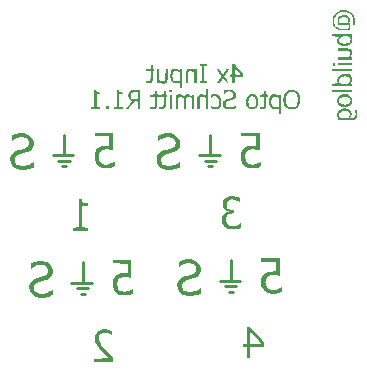
<source format=gbr>
G04 DipTrace 4.0.0.2*
G04 BottomSilk.gbr*
%MOIN*%
G04 #@! TF.FileFunction,Legend,Bot*
G04 #@! TF.Part,Single*
%ADD10C,0.009843*%
%FSLAX26Y26*%
G04*
G70*
G90*
G75*
G01*
G04 BotSilk*
%LPD*%
X700249Y750249D2*
D10*
Y687751D1*
X662751Y681500D2*
X731500D1*
X681500Y662751D2*
X719000D1*
X694000Y644000D2*
X706500D1*
X1194000Y756500D2*
Y694000D1*
X1156500Y687751D2*
X1225249D1*
X1175251Y669000D2*
X1212749D1*
X1187751Y650251D2*
X1200251D1*
X1125249Y1175249D2*
Y1112751D1*
X1087751Y1106500D2*
X1156500D1*
X1106500Y1087751D2*
X1144000D1*
X1119000Y1069000D2*
X1131500D1*
X637749Y1175249D2*
Y1112751D1*
X600251Y1106500D2*
X669000D1*
X619000Y1087751D2*
X656500D1*
X631500Y1069000D2*
X644000D1*
G36*
X1586954Y1547567D2*
X1587742Y1548355D1*
X1589316Y1550717D1*
X1590891Y1553866D1*
X1591679Y1557803D1*
Y1560166D1*
X1590891Y1563315D1*
X1589316Y1566465D1*
X1586167Y1569615D1*
X1583805Y1571189D1*
X1579080Y1572764D1*
X1575143Y1573552D1*
X1567269D1*
X1563332Y1572764D1*
X1560970Y1571977D1*
X1556246Y1569615D1*
X1552309Y1565678D1*
X1549946Y1560953D1*
Y1552292D1*
X1551521Y1549142D1*
X1552156Y1548125D1*
X1552309Y1547567D1*
X1550734Y1546780D1*
Y1540481D1*
X1587742Y1539693D1*
Y1531032D1*
X1586954Y1530244D1*
X1584592Y1529457D1*
X1581442Y1528670D1*
X1575143Y1527882D1*
X1571731Y1527095D1*
X1568319D1*
X1564907Y1527882D1*
X1559395Y1528670D1*
X1556246Y1529457D1*
X1554671Y1530244D1*
X1552309Y1531032D1*
X1550734Y1531819D1*
X1549946Y1532607D1*
X1547584Y1534181D1*
X1546009Y1534969D1*
X1542860Y1538118D1*
Y1538906D1*
X1541285Y1541268D1*
X1540498Y1542843D1*
X1538923Y1547567D1*
X1538135Y1548355D1*
Y1561740D1*
X1538923Y1562528D1*
X1540498Y1567252D1*
X1541285Y1568827D1*
X1543647Y1571977D1*
Y1572764D1*
X1547584Y1576701D1*
X1549159Y1577489D1*
X1551521Y1579063D1*
X1552309Y1579851D1*
X1555458Y1581426D1*
X1560183Y1583000D1*
X1563332Y1583788D1*
X1568057Y1584575D1*
X1572781D1*
X1577505Y1583788D1*
X1581442Y1583000D1*
X1583805Y1582213D1*
X1590104Y1579063D1*
X1590891Y1578276D1*
X1592466Y1577489D1*
X1597191Y1572764D1*
Y1571977D1*
X1598765Y1569615D1*
X1600340Y1566465D1*
X1601128Y1564103D1*
X1601915Y1559378D1*
X1602702Y1558591D1*
Y1550717D1*
X1601915Y1549929D1*
X1601128Y1543630D1*
Y1541268D1*
X1605852D1*
X1606639Y1544418D1*
X1607427Y1552292D1*
Y1557016D1*
X1606639Y1563315D1*
X1605852Y1566465D1*
X1605065Y1568040D1*
X1604277Y1570402D1*
X1603490Y1571977D1*
X1600340Y1576701D1*
X1594041Y1583000D1*
X1591679Y1584575D1*
X1585379Y1587725D1*
X1583017Y1588512D1*
X1579868Y1589300D1*
X1574356Y1590087D1*
X1565694D1*
X1560970Y1589300D1*
X1553883Y1586937D1*
X1550734Y1585363D1*
X1548372Y1583788D1*
X1545222Y1581426D1*
X1540498Y1576701D1*
X1538135Y1573552D1*
X1534986Y1567252D1*
X1534198Y1564890D1*
X1533411Y1561740D1*
Y1548355D1*
X1534198Y1545205D1*
X1535773Y1540481D1*
X1536561Y1538906D1*
X1539710Y1534181D1*
X1543647Y1530244D1*
X1548372Y1527095D1*
X1553096Y1524733D1*
X1555458Y1523945D1*
X1558608Y1523158D1*
X1562545Y1522370D1*
X1576718D1*
X1583017Y1523945D1*
X1586954Y1525520D1*
X1590104Y1527095D1*
X1591679Y1528670D1*
Y1545205D1*
X1590891Y1545992D1*
X1586954Y1547567D1*
X1581442D1*
X1573306Y1546780D1*
X1565170D1*
X1557033Y1547567D1*
Y1548355D1*
X1556246Y1550717D1*
X1555458Y1551504D1*
Y1559378D1*
X1556246Y1560166D1*
Y1560953D1*
X1559395Y1564103D1*
X1560970Y1564890D1*
X1563332Y1565678D1*
X1568057Y1566465D1*
X1569894Y1567252D1*
X1571731D1*
X1573568Y1566465D1*
X1579080Y1565678D1*
X1581442Y1564890D1*
X1582230Y1564103D1*
X1583805Y1563315D1*
X1584439Y1562299D1*
X1584592Y1561740D1*
X1585379Y1559378D1*
X1586167Y1558591D1*
Y1555441D1*
X1585379Y1554654D1*
X1584592Y1552292D1*
X1583805Y1550717D1*
X1581442Y1547567D1*
X1586954D1*
G37*
G36*
X1554671Y1501898D2*
X1553096Y1500323D1*
X1551521Y1497961D1*
X1549946Y1494811D1*
X1549159Y1492449D1*
Y1483788D1*
X1549946Y1481426D1*
X1550734Y1479851D1*
X1555458Y1475126D1*
X1560183Y1472764D1*
X1562545Y1471977D1*
X1566482Y1471189D1*
X1579868D1*
X1583017Y1471977D1*
X1587742Y1473552D1*
X1589316Y1474339D1*
X1591679Y1475914D1*
X1596403Y1480638D1*
X1598765Y1485363D1*
X1599553Y1489300D1*
Y1492449D1*
X1598765Y1496386D1*
X1597978Y1498748D1*
X1596797Y1501111D1*
X1596217Y1502116D1*
X1597191Y1502685D1*
X1597978Y1503473D1*
Y1509772D1*
X1597191Y1510559D1*
X1532624D1*
Y1502685D1*
X1554671Y1501898D1*
X1560183D1*
X1570419Y1502685D1*
X1580655D1*
X1590891Y1501898D1*
Y1501111D1*
X1591679Y1498748D1*
X1592466Y1495599D1*
X1593253Y1494811D1*
Y1490087D1*
X1592466Y1489300D1*
X1591679Y1486150D1*
Y1485363D1*
X1588529Y1482213D1*
X1583805Y1479851D1*
X1579080Y1479063D1*
X1575668Y1478276D1*
X1572256D1*
X1568844Y1479063D1*
X1562545Y1480638D1*
X1560183Y1481426D1*
X1557033Y1484575D1*
Y1485363D1*
X1556246Y1486150D1*
Y1494024D1*
X1557033Y1494811D1*
X1557820Y1497174D1*
X1558608Y1498748D1*
X1560183Y1501111D1*
Y1501898D1*
X1554671D1*
G37*
G36*
X1550734Y1462528D2*
Y1455441D1*
X1584592Y1454654D1*
X1587742Y1453866D1*
X1589316Y1453079D1*
X1591679Y1450717D1*
Y1449142D1*
X1592466Y1448355D1*
Y1444418D1*
X1591679Y1443630D1*
X1590891Y1440481D1*
X1589316Y1437331D1*
Y1436544D1*
X1586954Y1434181D1*
X1550734Y1433394D1*
Y1425520D1*
X1597191D1*
X1597978Y1426307D1*
Y1432607D1*
X1597191Y1433394D1*
X1594041Y1434969D1*
Y1435756D1*
X1596403Y1438118D1*
X1598765Y1442843D1*
X1599553Y1446780D1*
Y1449142D1*
X1598765Y1453079D1*
X1597191Y1456229D1*
X1593253Y1460166D1*
X1591679Y1460953D1*
X1589316Y1461740D1*
X1586167Y1462528D1*
X1550734D1*
G37*
G36*
X1534986Y1413709D2*
Y1405048D1*
X1542072D1*
X1542860Y1405835D1*
Y1413709D1*
X1534986D1*
G37*
G36*
X1550734Y1412922D2*
Y1405835D1*
X1597978D1*
Y1412922D1*
X1550734D1*
G37*
G36*
X1532624Y1393237D2*
Y1386150D1*
X1597978D1*
Y1393237D1*
X1532624D1*
G37*
G36*
X1553096Y1368827D2*
X1551521Y1367252D1*
X1549946Y1364103D1*
X1549159Y1361740D1*
Y1352292D1*
X1549946Y1349929D1*
X1551521Y1346780D1*
X1531836Y1345205D1*
Y1338118D1*
X1597978D1*
Y1345205D1*
X1593253Y1345992D1*
X1594828Y1347567D1*
X1596403Y1349929D1*
X1598765Y1354654D1*
X1599553Y1358591D1*
Y1360953D1*
X1598765Y1364890D1*
X1596403Y1369615D1*
X1593253Y1372764D1*
X1586954Y1375914D1*
X1583805Y1376701D1*
X1579080Y1377489D1*
X1569631D1*
X1565694Y1376701D1*
X1560970Y1375126D1*
X1559395Y1374339D1*
X1557033Y1372764D1*
X1553096Y1368827D1*
X1566482D1*
X1571731Y1369615D1*
X1576981D1*
X1582230Y1368827D1*
X1585379Y1368040D1*
X1588529Y1366465D1*
X1590891Y1364103D1*
Y1363315D1*
X1591679Y1360953D1*
X1592466Y1360166D1*
Y1356229D1*
X1591679Y1355441D1*
X1590891Y1352292D1*
X1589316Y1349142D1*
X1587742Y1346780D1*
Y1345992D1*
X1577768Y1345205D1*
X1567794D1*
X1557820Y1345992D1*
X1557033Y1346780D1*
Y1348355D1*
X1556246Y1349929D1*
X1555458Y1350717D1*
Y1360166D1*
X1556246Y1360953D1*
X1557033Y1362528D1*
Y1363315D1*
X1560183Y1366465D1*
X1563332Y1368040D1*
X1566482Y1368827D1*
X1553096D1*
G37*
G36*
X1532624Y1325520D2*
Y1318433D1*
X1597978D1*
Y1325520D1*
X1532624D1*
G37*
G36*
X1553096Y1301111D2*
X1551521Y1299536D1*
X1549946Y1296386D1*
X1549159Y1294024D1*
Y1283788D1*
X1550734Y1279063D1*
X1552309Y1276701D1*
X1556246Y1272764D1*
X1558608Y1271189D1*
X1561757Y1269615D1*
X1564120Y1268827D1*
X1568057Y1268040D1*
X1579868D1*
X1583805Y1268827D1*
X1586167Y1269615D1*
X1590891Y1271977D1*
X1596403Y1277489D1*
X1597978Y1280638D1*
X1598765Y1283000D1*
X1599553Y1286937D1*
Y1290087D1*
X1598765Y1294811D1*
X1597978Y1297174D1*
X1596403Y1300323D1*
X1591679Y1305048D1*
X1589316Y1306622D1*
X1587742Y1307410D1*
X1583017Y1308985D1*
X1578293Y1309772D1*
X1569631D1*
X1564907Y1308985D1*
X1562545Y1308197D1*
X1557820Y1305835D1*
X1555458Y1304260D1*
X1553096Y1301898D1*
Y1301111D1*
X1565694D1*
X1571206Y1301898D1*
X1576718D1*
X1582230Y1301111D1*
X1584592Y1300323D1*
X1589316Y1297961D1*
X1590891Y1296386D1*
Y1295599D1*
X1591679Y1294024D1*
X1592466Y1291662D1*
X1593253Y1290874D1*
Y1286937D1*
X1592466Y1286150D1*
X1591679Y1283000D1*
Y1282213D1*
X1588529Y1279063D1*
X1585379Y1277489D1*
X1583017Y1276701D1*
X1577505Y1275914D1*
X1575143Y1275126D1*
X1572781D1*
X1570419Y1275914D1*
X1564907Y1276701D1*
X1562545Y1277489D1*
X1560970Y1278276D1*
X1560183Y1279063D1*
X1558608Y1279851D1*
X1557033Y1281426D1*
Y1282213D1*
X1556246Y1283788D1*
X1555458Y1284575D1*
Y1293237D1*
X1556246Y1294024D1*
Y1294811D1*
X1560183Y1298748D1*
X1563332Y1300323D1*
X1565694Y1301111D1*
X1553096D1*
G37*
G36*
Y1253866D2*
X1551521Y1252292D1*
X1549946Y1249142D1*
X1549159Y1246780D1*
Y1237331D1*
X1549946Y1234969D1*
X1551128Y1232607D1*
X1551382Y1231680D1*
X1551113Y1231022D1*
X1550734Y1230244D1*
Y1223158D1*
X1597978D1*
X1601915Y1223945D1*
X1606639Y1225520D1*
X1609002Y1227095D1*
X1612151Y1230244D1*
X1613726Y1232607D1*
X1615301Y1237331D1*
X1616088Y1242055D1*
Y1245992D1*
X1615301Y1253079D1*
X1614513Y1256229D1*
X1613726Y1257803D1*
X1606639D1*
Y1257016D1*
X1607427Y1254654D1*
X1608214Y1251504D1*
X1609002Y1247567D1*
X1609789Y1246780D1*
Y1241268D1*
X1609002Y1240481D1*
X1608214Y1237331D1*
Y1235756D1*
X1605065Y1232607D1*
X1603490Y1231819D1*
X1600340Y1231032D1*
X1597453Y1230244D1*
X1594566D1*
X1591679Y1231032D1*
X1592466Y1231819D1*
X1595616Y1236544D1*
X1596403Y1238906D1*
X1597191Y1243630D1*
Y1245992D1*
X1596403Y1249929D1*
X1595616Y1252292D1*
X1594828Y1253866D1*
X1590104Y1258591D1*
X1585379Y1260953D1*
X1583017Y1261740D1*
X1578293Y1262528D1*
X1569631D1*
X1565694Y1261740D1*
X1562545Y1260953D1*
X1557820Y1258591D1*
X1554671Y1256229D1*
X1553096Y1254654D1*
Y1253866D1*
X1565694D1*
X1570944Y1254654D1*
X1576193D1*
X1581442Y1253866D1*
X1583805Y1253079D1*
X1586954Y1251504D1*
X1589316Y1249142D1*
Y1248355D1*
X1590104Y1245992D1*
X1590891Y1245205D1*
Y1241268D1*
X1590104Y1240481D1*
X1589316Y1237331D1*
X1587742Y1234181D1*
X1586167Y1231819D1*
Y1231032D1*
X1576718Y1230244D1*
X1567269D1*
X1557820Y1231032D1*
Y1231819D1*
X1557033Y1233394D1*
X1556246Y1235756D1*
X1555458Y1236544D1*
Y1245205D1*
X1556246Y1245992D1*
X1557033Y1247567D1*
Y1248355D1*
X1560183Y1251504D1*
X1563332Y1253079D1*
X1565694Y1253866D1*
X1553096D1*
G37*
G36*
X1090104Y1409772D2*
Y1404260D1*
X1098765Y1403473D1*
Y1353079D1*
X1090104Y1352292D1*
Y1346780D1*
X1114513D1*
Y1352292D1*
X1105852Y1353079D1*
Y1403473D1*
X1114513Y1404260D1*
Y1409772D1*
X1090104D1*
G37*
G36*
X1199553Y1399536D2*
Y1375914D1*
X1191679Y1375126D1*
Y1368827D1*
X1199553Y1368040D1*
Y1346780D1*
X1206639D1*
Y1368040D1*
X1234986Y1368827D1*
Y1378276D1*
X1230261Y1383788D1*
X1223962Y1390874D1*
X1212939Y1403473D1*
X1206639Y1409772D1*
X1199553D1*
Y1399536D1*
X1206639D1*
X1207227Y1400041D1*
X1207635Y1399995D1*
X1208214Y1399536D1*
X1212939Y1394024D1*
X1223962Y1381426D1*
X1229474Y1375914D1*
X1221862Y1375126D1*
X1214251D1*
X1206639Y1375914D1*
Y1399536D1*
X1199553D1*
G37*
G36*
X927112Y1407410D2*
Y1394811D1*
X912151Y1394024D1*
Y1387725D1*
X927112Y1386937D1*
Y1360166D1*
X926324Y1359378D1*
Y1356229D1*
X923962Y1353866D1*
X922387Y1353079D1*
X919763Y1352292D1*
X917138D1*
X914513Y1353079D1*
X912151Y1353866D1*
Y1347567D1*
X912939Y1346780D1*
X916876Y1345992D1*
X923962D1*
X926324Y1346780D1*
X929474Y1348355D1*
X931049Y1349929D1*
X932624Y1352292D1*
X933411Y1354654D1*
X934198Y1358591D1*
Y1386937D1*
X939710Y1387725D1*
Y1394024D1*
X934198Y1394811D1*
Y1407410D1*
X927112D1*
G37*
G36*
X995616Y1387725D2*
X995357Y1386769D1*
X994828Y1386150D1*
X994041Y1384575D1*
X993253Y1382213D1*
X992466Y1378276D1*
Y1365678D1*
X993253Y1361740D1*
X994041Y1359378D1*
X996403Y1354654D1*
X997978Y1352292D1*
X1000340Y1349929D1*
X1002702Y1348355D1*
X1005852Y1346780D1*
X1008214Y1345992D1*
X1016088D1*
X1020813Y1347567D1*
X1022387Y1348355D1*
X1022975Y1348860D1*
X1023383Y1348814D1*
X1023962Y1348355D1*
Y1329457D1*
X1031049D1*
Y1394024D1*
X1023962D1*
Y1390087D1*
X1023127Y1389232D1*
X1022720Y1389360D1*
X1022387Y1390087D1*
X1020813Y1391662D1*
X1018450Y1393237D1*
X1015301Y1394811D1*
X1012151Y1395599D1*
X1005852D1*
X1003490Y1394811D1*
X1000340Y1393237D1*
X996403Y1389300D1*
X995616Y1387725D1*
X1007427D1*
X1010051Y1388512D1*
X1012676D1*
X1015301Y1387725D1*
X1017663Y1386937D1*
X1020813Y1385363D1*
X1022387Y1383788D1*
X1023962Y1383000D1*
Y1355441D1*
X1020813Y1353866D1*
X1018450Y1353079D1*
X1015301Y1352292D1*
X1012151D1*
X1009002Y1353079D1*
X1005852Y1354654D1*
X1001915Y1358591D1*
Y1359378D1*
X1001128Y1361740D1*
X1000340Y1365678D1*
X999553Y1366465D1*
Y1375126D1*
X1000340Y1375914D1*
X1001128Y1379851D1*
X1001915Y1382213D1*
X1002702Y1383788D1*
Y1384575D1*
X1004277Y1386150D1*
X1007427Y1387725D1*
X995616D1*
G37*
G36*
X1054671Y1395599D2*
X1052309Y1394811D1*
X1049159Y1393237D1*
X1046797Y1390874D1*
X1045222Y1388512D1*
X1043647Y1383788D1*
Y1346780D1*
X1050734D1*
X1051521Y1382213D1*
X1052309Y1384575D1*
X1052462Y1385133D1*
X1053096Y1386150D1*
X1056246Y1387725D1*
X1058608Y1388512D1*
X1060970D1*
X1065694Y1386937D1*
X1068844Y1385363D1*
X1069631Y1384575D1*
X1071206Y1383788D1*
X1072781Y1382213D1*
Y1346780D1*
X1079868D1*
Y1394024D1*
X1072781D1*
Y1390087D1*
X1071946Y1389232D1*
X1071538Y1389360D1*
X1071206Y1390087D1*
X1070419Y1390874D1*
X1065694Y1394024D1*
X1060970Y1395599D1*
X1054671D1*
G37*
G36*
X946797Y1394024D2*
Y1346780D1*
X953883D1*
Y1350717D1*
X954471Y1351223D1*
X954880Y1351177D1*
X955458Y1350717D1*
X958608Y1348355D1*
X963332Y1345992D1*
X965694Y1345205D1*
X971994D1*
X974356Y1345992D1*
X977505Y1347567D1*
X980655Y1350717D1*
X982230Y1353866D1*
X983017Y1356229D1*
X983805Y1360953D1*
Y1394024D1*
X976718D1*
X975931Y1362528D1*
X975143Y1357803D1*
Y1356229D1*
X972781Y1353866D1*
X971206Y1353079D1*
X968582Y1352292D1*
X965957D1*
X963332Y1353079D1*
X960970Y1353866D1*
X957820Y1355441D1*
X957033Y1356229D1*
X955458Y1357016D1*
X953883Y1358591D1*
Y1394024D1*
X946797D1*
G37*
G36*
X1147584D2*
Y1393237D1*
X1150734Y1388512D1*
X1153096Y1385363D1*
X1156246Y1380638D1*
X1158608Y1377489D1*
X1161757Y1372764D1*
X1163332Y1371189D1*
X1163073Y1370234D1*
X1162545Y1369615D1*
X1160183Y1366465D1*
X1147584Y1347567D1*
Y1346780D1*
X1156246D1*
X1157033Y1347567D1*
X1158608Y1349929D1*
X1159395Y1351504D1*
X1164120Y1358591D1*
X1164907Y1360166D1*
X1166482Y1362528D1*
X1166879Y1363310D1*
X1167305Y1364037D1*
X1167864Y1364596D1*
X1168266Y1364559D1*
X1168807Y1364024D1*
X1169229Y1363300D1*
X1170419Y1360953D1*
X1179868Y1346780D1*
X1188529D1*
X1185379Y1351504D1*
X1183017Y1354654D1*
X1179868Y1359378D1*
X1177505Y1362528D1*
X1172781Y1369615D1*
X1173568Y1371977D1*
X1187742Y1393237D1*
Y1394024D1*
X1179080D1*
X1178293Y1393237D1*
X1177505Y1391662D1*
X1171206Y1382213D1*
X1170419Y1380638D1*
X1168844Y1378276D1*
X1168557Y1377308D1*
X1167744Y1376640D1*
X1167269Y1376701D1*
X1164907Y1379063D1*
Y1379851D1*
X1163332Y1382213D1*
X1162545Y1383788D1*
X1156246Y1393237D1*
X1155458Y1394024D1*
X1147584D1*
G37*
G36*
X1112151Y1326307D2*
Y1304260D1*
X1111316Y1303405D1*
X1110909Y1303533D1*
X1110576Y1304260D1*
X1109789Y1305048D1*
X1105065Y1308197D1*
X1100340Y1309772D1*
X1094041D1*
X1091679Y1308985D1*
X1088529Y1307410D1*
X1086167Y1305048D1*
X1084592Y1302685D1*
X1083017Y1297961D1*
Y1260953D1*
X1090104D1*
X1090891Y1296386D1*
X1091679Y1298748D1*
X1091832Y1299307D1*
X1092466Y1300323D1*
X1095616Y1301898D1*
X1097978Y1302685D1*
X1100340D1*
X1105065Y1301111D1*
X1108214Y1299536D1*
X1109002Y1298748D1*
X1110576Y1297961D1*
X1112151Y1296386D1*
Y1260953D1*
X1119238D1*
Y1326307D1*
X1112151D1*
G37*
G36*
X1183805Y1325520D2*
X1179080Y1324733D1*
X1171994Y1322370D1*
X1171206Y1321583D1*
Y1312134D1*
X1175931Y1315284D1*
X1180655Y1317646D1*
X1186954Y1319221D1*
X1190104D1*
X1196403Y1317646D1*
X1197978Y1316859D1*
X1201128Y1313709D1*
Y1312922D1*
X1201915Y1311347D1*
X1202702Y1310559D1*
Y1306622D1*
X1201915Y1305835D1*
X1201128Y1303473D1*
Y1302685D1*
X1198765Y1300323D1*
X1195616Y1298748D1*
X1193253Y1297961D1*
X1183805Y1295599D1*
X1176718Y1293237D1*
X1174356Y1291662D1*
X1171206Y1288512D1*
X1169631Y1286150D1*
X1168844Y1283788D1*
X1168057Y1279063D1*
Y1278276D1*
X1168844Y1273552D1*
X1169631Y1271189D1*
X1171206Y1268040D1*
X1175931Y1263315D1*
X1178293Y1261740D1*
X1179868Y1260953D1*
X1182230Y1260166D1*
X1185379Y1259378D1*
X1196403D1*
X1200340Y1260166D1*
X1203490Y1260953D1*
X1205852Y1261740D1*
X1209789Y1263315D1*
X1210576Y1264103D1*
Y1274339D1*
X1206639Y1271189D1*
X1205852Y1270402D1*
X1201128Y1268040D1*
X1198765Y1267252D1*
X1192466Y1265678D1*
X1189316D1*
X1183017Y1267252D1*
X1179868Y1268827D1*
X1178293Y1270402D1*
Y1271189D1*
X1177505Y1272764D1*
X1176718Y1273552D1*
Y1281426D1*
X1177505Y1282213D1*
Y1283000D1*
X1179080Y1284575D1*
X1180655Y1285363D1*
X1181442Y1286150D1*
X1186167Y1287725D1*
X1198765Y1290874D1*
X1203490Y1293237D1*
X1208214Y1297961D1*
X1209789Y1301111D1*
X1210576Y1304260D1*
Y1309772D1*
X1209789Y1312922D1*
X1207427Y1317646D1*
X1203490Y1321583D1*
X1201128Y1323158D1*
X1197191Y1324733D1*
X1194041Y1325520D1*
X1183805D1*
G37*
G36*
X1379080Y1318433D2*
X1375931Y1315284D1*
X1374356Y1312922D1*
X1372781Y1309772D1*
X1371206Y1305048D1*
X1370419Y1301898D1*
X1369631Y1296386D1*
Y1288512D1*
X1370419Y1283000D1*
X1371206Y1279851D1*
X1372781Y1275126D1*
X1374356Y1271977D1*
X1375931Y1269615D1*
X1382230Y1263315D1*
X1386954Y1260953D1*
X1389316Y1260166D1*
X1393253Y1259378D1*
X1402702D1*
X1405852Y1260166D1*
X1408214Y1260953D1*
X1412939Y1263315D1*
X1415301Y1264890D1*
X1418450Y1268040D1*
X1421600Y1272764D1*
X1422387Y1274339D1*
X1424750Y1281426D1*
X1425537Y1286150D1*
Y1298748D1*
X1424750Y1303473D1*
X1422387Y1310559D1*
X1421600Y1312134D1*
X1418450Y1316859D1*
X1415301Y1320008D1*
X1412939Y1321583D1*
X1408214Y1323945D1*
X1405852Y1324733D1*
X1402702Y1325520D1*
X1393253D1*
X1389316Y1324733D1*
X1386954Y1323945D1*
X1383805Y1322370D1*
X1381442Y1320796D1*
X1379080Y1318433D1*
X1393253D1*
X1396403Y1319221D1*
X1399553D1*
X1402702Y1318433D1*
X1405065Y1317646D1*
X1408214Y1316071D1*
X1409002Y1315284D1*
X1410576Y1314496D1*
X1411211Y1313480D1*
X1411364Y1312922D1*
X1413726Y1309772D1*
X1414513Y1308197D1*
X1416088Y1303473D1*
X1416876Y1298748D1*
X1417663Y1297961D1*
Y1286937D1*
X1416876Y1286150D1*
X1416088Y1281426D1*
X1414513Y1276701D1*
X1413726Y1275126D1*
Y1274339D1*
X1408214Y1268827D1*
X1405065Y1267252D1*
X1402702Y1266465D1*
X1399553Y1265678D1*
X1396403D1*
X1390104Y1267252D1*
X1388529Y1268040D1*
X1387742Y1268827D1*
X1386167Y1269615D1*
X1382230Y1273552D1*
Y1274339D1*
X1380655Y1277489D1*
X1379080Y1282213D1*
X1378293Y1288512D1*
X1377505Y1289300D1*
Y1295599D1*
X1378293Y1296386D1*
X1379080Y1302685D1*
X1380655Y1307410D1*
X1382230Y1310559D1*
Y1311347D1*
X1386954Y1316071D1*
X1390104Y1317646D1*
X1393253Y1318433D1*
X1379080D1*
G37*
G36*
X739710Y1323945D2*
Y1267252D1*
X728687Y1266465D1*
Y1260953D1*
X758608D1*
Y1266465D1*
X747584Y1267252D1*
Y1309772D1*
X758608Y1310559D1*
Y1315284D1*
X753096Y1316071D1*
X750734Y1316859D1*
X747584Y1318433D1*
Y1319221D1*
X746009Y1323945D1*
X739710D1*
G37*
G36*
X814513D2*
Y1267252D1*
X803490Y1266465D1*
Y1260953D1*
X833411D1*
Y1266465D1*
X822387Y1267252D1*
Y1309772D1*
X833411Y1310559D1*
Y1315284D1*
X827899Y1316071D1*
X825537Y1316859D1*
X822387Y1318433D1*
Y1319221D1*
X820813Y1323945D1*
X814513D1*
G37*
G36*
X855458Y1316859D2*
X853883Y1315284D1*
X853096Y1313709D1*
X852309Y1310559D1*
Y1302685D1*
X853883Y1297961D1*
X854671Y1296386D1*
X860183Y1290874D1*
X862545Y1289300D1*
X864907Y1288512D1*
X864648Y1287557D1*
X864120Y1286937D1*
X860970Y1283000D1*
X857033Y1278276D1*
X853883Y1274339D1*
X846009Y1264890D1*
X842860Y1260953D1*
X853096D1*
X855458Y1263315D1*
X871206Y1283000D1*
Y1283788D1*
X872781Y1285363D1*
X876456Y1286150D1*
X880130D1*
X883805Y1285363D1*
Y1260953D1*
X890891D1*
Y1323945D1*
X868057D1*
X864120Y1323158D1*
X861757Y1322370D1*
X860183Y1321583D1*
X857820Y1320008D1*
X855458Y1317646D1*
Y1316859D1*
X868844D1*
X873831Y1317646D1*
X878818D1*
X883805Y1316859D1*
Y1293237D1*
X879080Y1292449D1*
X874356D1*
X869631Y1293237D1*
X867269Y1294024D1*
X864120Y1295599D1*
X862545Y1297174D1*
Y1297961D1*
X861757Y1299536D1*
X860970Y1301898D1*
X860183Y1302685D1*
Y1308985D1*
X860970Y1309772D1*
X861757Y1312134D1*
Y1312922D1*
X863332Y1314496D1*
X866482Y1316071D1*
X868844Y1316859D1*
X855458D1*
G37*
G36*
X989316Y1323945D2*
Y1316071D1*
X997978D1*
Y1323945D1*
X989316D1*
G37*
G36*
X941285Y1321583D2*
Y1308985D1*
X926324Y1308197D1*
Y1301898D1*
X941285Y1301111D1*
Y1274339D1*
X940498Y1273552D1*
Y1270402D1*
X938135Y1268040D1*
X936561Y1267252D1*
X933936Y1266465D1*
X931311D1*
X928687Y1267252D1*
X926324Y1268040D1*
Y1261740D1*
X927112Y1260953D1*
X931049Y1260166D1*
X938135D1*
X940498Y1260953D1*
X943647Y1262528D1*
X945222Y1264103D1*
X946797Y1266465D1*
X947584Y1268827D1*
X948372Y1272764D1*
Y1301111D1*
X953883Y1301898D1*
Y1308197D1*
X948372Y1308985D1*
Y1321583D1*
X941285D1*
G37*
G36*
X970419D2*
Y1308985D1*
X955458Y1308197D1*
Y1301898D1*
X970419Y1301111D1*
Y1274339D1*
X969631Y1273552D1*
Y1270402D1*
X967269Y1268040D1*
X965694Y1267252D1*
X963070Y1266465D1*
X960445D1*
X957820Y1267252D1*
X955458Y1268040D1*
Y1261740D1*
X956246Y1260953D1*
X960183Y1260166D1*
X967269D1*
X969631Y1260953D1*
X972781Y1262528D1*
X974356Y1264103D1*
X975931Y1266465D1*
X976718Y1268827D1*
X977505Y1272764D1*
Y1301111D1*
X983017Y1301898D1*
Y1308197D1*
X977505Y1308985D1*
Y1321583D1*
X970419D1*
G37*
G36*
X1305065D2*
Y1308985D1*
X1290104Y1308197D1*
Y1301898D1*
X1305065Y1301111D1*
Y1274339D1*
X1304277Y1273552D1*
Y1270402D1*
X1301915Y1268040D1*
X1300340Y1267252D1*
X1297715Y1266465D1*
X1295091D1*
X1292466Y1267252D1*
X1290104Y1268040D1*
Y1261740D1*
X1290891Y1260953D1*
X1294828Y1260166D1*
X1301915D1*
X1304277Y1260953D1*
X1307427Y1262528D1*
X1309002Y1264103D1*
X1310576Y1266465D1*
X1311364Y1268827D1*
X1312151Y1272764D1*
Y1301111D1*
X1317663Y1301898D1*
Y1308197D1*
X1312151Y1308985D1*
Y1321583D1*
X1305065D1*
G37*
G36*
X1020025Y1309772D2*
X1017663Y1308985D1*
X1014513Y1307410D1*
X1012939Y1305835D1*
X1011364Y1303473D1*
X1009789Y1298748D1*
Y1260953D1*
X1016876D1*
X1017663Y1297174D1*
Y1298748D1*
X1020025Y1301111D1*
X1021600Y1301898D1*
X1023700Y1302685D1*
X1025799D1*
X1027899Y1301898D1*
X1030261Y1301111D1*
X1031836Y1300323D1*
X1032624Y1299536D1*
X1034198Y1298748D1*
X1036561Y1296386D1*
Y1260953D1*
X1043647D1*
X1044435Y1296386D1*
Y1298748D1*
X1046797Y1301111D1*
X1048372Y1301898D1*
X1050734Y1302685D1*
X1053096D1*
X1055458Y1301898D1*
X1060183Y1299536D1*
X1061757Y1297961D1*
X1063332Y1297174D1*
Y1260953D1*
X1070419D1*
Y1308197D1*
X1063332D1*
Y1304260D1*
X1062497Y1303405D1*
X1062090Y1303533D1*
X1061757Y1304260D1*
X1059395Y1306622D1*
X1057033Y1308197D1*
X1055458Y1308985D1*
X1053096Y1309772D1*
X1046797D1*
X1044435Y1308985D1*
X1042860Y1308197D1*
X1038923Y1304260D1*
X1038526Y1303471D1*
X1038069Y1302648D1*
X1037299Y1301828D1*
X1036894Y1301958D1*
X1036561Y1302685D1*
X1033411Y1305835D1*
X1031049Y1307410D1*
X1027899Y1308985D1*
X1025537Y1309772D1*
X1020025D1*
G37*
G36*
X1137348D2*
X1134198Y1308985D1*
X1129474Y1307410D1*
X1127899Y1306622D1*
Y1297961D1*
X1130261Y1299536D1*
X1131049Y1300323D1*
X1132624Y1301111D1*
X1137348Y1302685D1*
X1139973Y1303473D1*
X1142597D1*
X1145222Y1302685D1*
X1147584Y1301898D1*
X1149159Y1301111D1*
X1152309Y1297961D1*
Y1297174D1*
X1153883Y1294024D1*
X1154671Y1290874D1*
X1155458Y1290087D1*
Y1279063D1*
X1154671Y1278276D1*
X1153096Y1273552D1*
Y1272764D1*
X1149159Y1268827D1*
X1147584Y1268040D1*
X1145222Y1267252D1*
X1142335Y1266465D1*
X1139448D1*
X1136561Y1267252D1*
X1134198Y1268040D1*
X1129474Y1270402D1*
X1127899Y1271977D1*
Y1263315D1*
X1129474Y1262528D1*
X1134198Y1260953D1*
X1137348Y1260166D1*
X1145222D1*
X1148372Y1260953D1*
X1150734Y1261740D1*
X1153883Y1263315D1*
X1158608Y1268040D1*
X1160183Y1270402D1*
X1160970Y1271977D1*
X1161757Y1274339D1*
X1162545Y1277489D1*
Y1292449D1*
X1160970Y1297174D1*
X1159395Y1300323D1*
X1157820Y1302685D1*
X1154671Y1305835D1*
X1152309Y1307410D1*
X1150734Y1308197D1*
X1148372Y1308985D1*
X1145222Y1309772D1*
X1137348D1*
G37*
G36*
X1249946Y1302685D2*
Y1301898D1*
X1248372Y1300323D1*
X1246797Y1297174D1*
X1246009Y1294811D1*
X1245222Y1290874D1*
Y1278276D1*
X1246009Y1274339D1*
X1246797Y1271977D1*
X1248372Y1268827D1*
X1249946Y1266465D1*
X1253096Y1263315D1*
X1255458Y1261740D1*
X1258608Y1260166D1*
X1261757Y1259378D1*
X1269631D1*
X1272781Y1260166D1*
X1277505Y1262528D1*
X1282230Y1267252D1*
X1285379Y1273552D1*
X1286167Y1276701D1*
Y1292449D1*
X1285379Y1295599D1*
X1282230Y1301898D1*
X1277505Y1306622D1*
X1272781Y1308985D1*
X1269631Y1309772D1*
X1261757D1*
X1258608Y1308985D1*
X1255458Y1307410D1*
X1253096Y1305835D1*
X1249946Y1302685D1*
X1261757D1*
X1264382Y1303473D1*
X1267007D1*
X1269631Y1302685D1*
X1271994Y1301898D1*
X1273568Y1301111D1*
X1275931Y1298748D1*
Y1297961D1*
X1277505Y1294811D1*
X1278293Y1291662D1*
X1279080Y1290874D1*
Y1278276D1*
X1278293Y1277489D1*
X1277505Y1274339D1*
X1275931Y1271189D1*
Y1270402D1*
X1274356Y1268827D1*
X1272781Y1268040D1*
X1271994Y1267252D1*
X1269631Y1266465D1*
X1267007Y1265678D1*
X1264382D1*
X1261757Y1266465D1*
X1258608Y1268040D1*
X1254671Y1271977D1*
Y1272764D1*
X1253883Y1275126D1*
X1253096Y1279851D1*
X1252309Y1280638D1*
Y1288512D1*
X1253096Y1289300D1*
X1253883Y1294024D1*
X1254671Y1296386D1*
Y1297174D1*
X1259395Y1301898D1*
X1261757Y1302685D1*
X1249946D1*
G37*
G36*
X1324750Y1301898D2*
X1324491Y1300943D1*
X1323962Y1300323D1*
X1323175Y1298748D1*
X1322387Y1296386D1*
X1321600Y1292449D1*
Y1279851D1*
X1322387Y1275914D1*
X1323175Y1273552D1*
X1325537Y1268827D1*
X1327112Y1266465D1*
X1329474Y1264103D1*
X1331836Y1262528D1*
X1334986Y1260953D1*
X1337348Y1260166D1*
X1345222D1*
X1349946Y1261740D1*
X1351521Y1262528D1*
X1352109Y1263034D1*
X1352517Y1262988D1*
X1353096Y1262528D1*
Y1243630D1*
X1360183D1*
Y1308197D1*
X1353096D1*
Y1304260D1*
X1352261Y1303405D1*
X1351853Y1303533D1*
X1351521Y1304260D1*
X1349946Y1305835D1*
X1347584Y1307410D1*
X1344435Y1308985D1*
X1341285Y1309772D1*
X1334986D1*
X1332624Y1308985D1*
X1329474Y1307410D1*
X1325537Y1303473D1*
X1324750Y1301898D1*
X1336561D1*
X1339185Y1302685D1*
X1341810D1*
X1344435Y1301898D1*
X1346797Y1301111D1*
X1349946Y1299536D1*
X1351521Y1297961D1*
X1353096Y1297174D1*
Y1269615D1*
X1349946Y1268040D1*
X1347584Y1267252D1*
X1344435Y1266465D1*
X1341285D1*
X1338135Y1267252D1*
X1334986Y1268827D1*
X1331049Y1272764D1*
Y1273552D1*
X1330261Y1275914D1*
X1329474Y1279851D1*
X1328687Y1280638D1*
Y1289300D1*
X1329474Y1290087D1*
X1330261Y1294024D1*
X1331049Y1296386D1*
X1331836Y1297961D1*
Y1298748D1*
X1333411Y1300323D1*
X1336561Y1301898D1*
X1324750D1*
G37*
G36*
X990104Y1308197D2*
Y1260953D1*
X997191D1*
Y1308197D1*
X990104D1*
G37*
G36*
X777505Y1271977D2*
Y1260953D1*
X786954D1*
Y1271977D1*
X777505D1*
G37*
G36*
X551259Y753407D2*
X542597Y751964D1*
X529605Y747633D1*
X528162Y746189D1*
Y728866D1*
X536823Y734641D1*
X545484Y738971D1*
X557033Y741859D1*
X562807D1*
X574356Y738971D1*
X577243Y737528D1*
X583017Y731754D1*
Y730310D1*
X584461Y727423D1*
X585904Y725979D1*
Y718761D1*
X584461Y717318D1*
X583017Y712987D1*
Y711544D1*
X578687Y707213D1*
X572912Y704326D1*
X568582Y702882D1*
X551259Y698552D1*
X538267Y694221D1*
X533936Y691334D1*
X528162Y685559D1*
X525274Y681229D1*
X523831Y676898D1*
X522387Y668237D1*
Y666793D1*
X523831Y658132D1*
X525274Y653801D1*
X528162Y648027D1*
X536823Y639365D1*
X541154Y636478D1*
X544041Y635034D1*
X548372Y633591D1*
X554146Y632147D1*
X574356D1*
X581574Y633591D1*
X587348Y635034D1*
X591679Y636478D1*
X598897Y639365D1*
X600340Y640809D1*
Y659575D1*
X593122Y653801D1*
X591679Y652357D1*
X583017Y648027D1*
X578687Y646583D1*
X567138Y643696D1*
X561364D1*
X549815Y646583D1*
X544041Y649470D1*
X541154Y652357D1*
Y653801D1*
X539710Y656688D1*
X538267Y658132D1*
Y672567D1*
X539710Y674011D1*
Y675454D1*
X542597Y678342D1*
X545484Y679785D1*
X546928Y681229D1*
X555589Y684116D1*
X578687Y689890D1*
X587348Y694221D1*
X596009Y702882D1*
X598897Y708657D1*
X600340Y714431D1*
Y724536D1*
X598897Y730310D1*
X594566Y738971D1*
X587348Y746189D1*
X583017Y749076D1*
X575799Y751964D1*
X570025Y753407D1*
X551259D1*
G37*
G36*
X800996Y757738D2*
Y746189D1*
X850078Y744746D1*
Y714431D1*
X828424Y712987D1*
X822650Y711544D1*
X818319Y710100D1*
X815432Y708657D1*
X811101Y705769D1*
X806771Y701439D1*
X803883Y697108D1*
X802440Y694221D1*
X800996Y689890D1*
Y668237D1*
X803883Y659575D1*
X805327Y656688D1*
X808214Y652357D1*
X813988Y646583D1*
X818319Y643696D1*
X821206Y642252D1*
X825537Y640809D1*
X831311Y639365D1*
X848634D1*
X855852Y640809D1*
X868844Y645139D1*
Y661019D1*
X855852Y655244D1*
X847191Y652357D1*
X841897Y650914D1*
X836604D1*
X831311Y652357D1*
X826981Y653801D1*
X824093Y655244D1*
X818319Y661019D1*
Y662462D1*
X816876Y666793D1*
X815432Y674011D1*
X813988Y675454D1*
Y679785D1*
X815432Y681229D1*
X816876Y688447D1*
X818319Y691334D1*
Y692777D1*
X821206Y695664D1*
X826981Y698552D1*
X831311Y699995D1*
X838529Y701439D1*
X845747D1*
X852965Y699995D1*
X861626Y698552D1*
X863070D1*
Y757738D1*
X800996D1*
G37*
G36*
X1044960Y759181D2*
X1036298Y757738D1*
X1023306Y753407D1*
X1021862Y751964D1*
Y734641D1*
X1030524Y740415D1*
X1039185Y744746D1*
X1050734Y747633D1*
X1056508D1*
X1068057Y744746D1*
X1070944Y743302D1*
X1076718Y737528D1*
Y736084D1*
X1078162Y733197D1*
X1079605Y731754D1*
Y724536D1*
X1078162Y723092D1*
X1076718Y718761D1*
Y717318D1*
X1072387Y712987D1*
X1066613Y710100D1*
X1062282Y708657D1*
X1044960Y704326D1*
X1031967Y699995D1*
X1027637Y697108D1*
X1021862Y691334D1*
X1018975Y687003D1*
X1017532Y682672D1*
X1016088Y674011D1*
Y672567D1*
X1017532Y663906D1*
X1018975Y659575D1*
X1021862Y653801D1*
X1030524Y645139D1*
X1034855Y642252D1*
X1037742Y640809D1*
X1042072Y639365D1*
X1047847Y637922D1*
X1068057D1*
X1075274Y639365D1*
X1081049Y640809D1*
X1085379Y642252D1*
X1092597Y645139D1*
X1094041Y646583D1*
Y665349D1*
X1086823Y659575D1*
X1085379Y658132D1*
X1076718Y653801D1*
X1072387Y652357D1*
X1060839Y649470D1*
X1055065D1*
X1043516Y652357D1*
X1037742Y655244D1*
X1034855Y658132D1*
Y659575D1*
X1033411Y662462D1*
X1031967Y663906D1*
Y678342D1*
X1033411Y679785D1*
Y681229D1*
X1036298Y684116D1*
X1039185Y685559D1*
X1040629Y687003D1*
X1049290Y689890D1*
X1072387Y695664D1*
X1081049Y699995D1*
X1089710Y708657D1*
X1092597Y714431D1*
X1094041Y720205D1*
Y730310D1*
X1092597Y736084D1*
X1088267Y744746D1*
X1081049Y751964D1*
X1076718Y754851D1*
X1069500Y757738D1*
X1063726Y759181D1*
X1044960D1*
G37*
G36*
X1296141Y763512D2*
Y751964D1*
X1345222Y750520D1*
Y720205D1*
X1323568Y718761D1*
X1317794Y717318D1*
X1313463Y715874D1*
X1310576Y714431D1*
X1306246Y711544D1*
X1301915Y707213D1*
X1299028Y702882D1*
X1297584Y699995D1*
X1296141Y695664D1*
Y674011D1*
X1299028Y665349D1*
X1300471Y662462D1*
X1303358Y658132D1*
X1309133Y652357D1*
X1313463Y649470D1*
X1316351Y648027D1*
X1320681Y646583D1*
X1326456Y645139D1*
X1343778D1*
X1350996Y646583D1*
X1363988Y650914D1*
Y666793D1*
X1350996Y661019D1*
X1342335Y658132D1*
X1337042Y656688D1*
X1331749D1*
X1326456Y658132D1*
X1322125Y659575D1*
X1319238Y661019D1*
X1313463Y666793D1*
Y668237D1*
X1312020Y672567D1*
X1310576Y679785D1*
X1309133Y681229D1*
Y685559D1*
X1310576Y687003D1*
X1312020Y694221D1*
X1313463Y697108D1*
Y698552D1*
X1316351Y701439D1*
X1322125Y704326D1*
X1326456Y705769D1*
X1333673Y707213D1*
X1340891D1*
X1348109Y705769D1*
X1356771Y704326D1*
X1358214D1*
Y763512D1*
X1296141D1*
G37*
G36*
X975668Y1179260D2*
X967007Y1177817D1*
X954015Y1173486D1*
X952571Y1172042D1*
Y1154719D1*
X961232Y1160494D1*
X969894Y1164824D1*
X981442Y1167712D1*
X987217D1*
X998765Y1164824D1*
X1001652Y1163381D1*
X1007427Y1157607D1*
Y1156163D1*
X1008870Y1153276D1*
X1010314Y1151832D1*
Y1144615D1*
X1008870Y1143171D1*
X1007427Y1138840D1*
Y1137397D1*
X1003096Y1133066D1*
X997322Y1130179D1*
X992991Y1128735D1*
X975668Y1124405D1*
X962676Y1120074D1*
X958345Y1117187D1*
X952571Y1111412D1*
X949684Y1107082D1*
X948240Y1102751D1*
X946797Y1094090D1*
Y1092646D1*
X948240Y1083985D1*
X949684Y1079654D1*
X952571Y1073880D1*
X961232Y1065218D1*
X965563Y1062331D1*
X968450Y1060887D1*
X972781Y1059444D1*
X978555Y1058000D1*
X998765D1*
X1005983Y1059444D1*
X1011757Y1060887D1*
X1016088Y1062331D1*
X1023306Y1065218D1*
X1024750Y1066662D1*
Y1085428D1*
X1017532Y1079654D1*
X1016088Y1078210D1*
X1007427Y1073880D1*
X1003096Y1072436D1*
X991547Y1069549D1*
X985773D1*
X974225Y1072436D1*
X968450Y1075323D1*
X965563Y1078210D1*
Y1079654D1*
X964120Y1082541D1*
X962676Y1083985D1*
Y1098420D1*
X964120Y1099864D1*
Y1101307D1*
X967007Y1104195D1*
X969894Y1105638D1*
X971337Y1107082D1*
X979999Y1109969D1*
X1003096Y1115743D1*
X1011757Y1120074D1*
X1020419Y1128735D1*
X1023306Y1134510D1*
X1024750Y1140284D1*
Y1150389D1*
X1023306Y1156163D1*
X1018975Y1164824D1*
X1011757Y1172042D1*
X1007427Y1174929D1*
X1000209Y1177817D1*
X994435Y1179260D1*
X975668D1*
G37*
G36*
X1228293Y1182147D2*
Y1170599D1*
X1277374Y1169155D1*
Y1138840D1*
X1255721Y1137397D1*
X1249946Y1135953D1*
X1245616Y1134510D1*
X1242729Y1133066D1*
X1238398Y1130179D1*
X1234067Y1125848D1*
X1231180Y1121517D1*
X1229736Y1118630D1*
X1228293Y1114300D1*
Y1092646D1*
X1231180Y1083985D1*
X1232624Y1081097D1*
X1235511Y1076767D1*
X1241285Y1070992D1*
X1245616Y1068105D1*
X1248503Y1066662D1*
X1252834Y1065218D1*
X1258608Y1063775D1*
X1275931D1*
X1283149Y1065218D1*
X1296141Y1069549D1*
Y1085428D1*
X1283149Y1079654D1*
X1274487Y1076767D1*
X1269194Y1075323D1*
X1263901D1*
X1258608Y1076767D1*
X1254277Y1078210D1*
X1251390Y1079654D1*
X1245616Y1085428D1*
Y1086872D1*
X1244172Y1091202D1*
X1242729Y1098420D1*
X1241285Y1099864D1*
Y1104195D1*
X1242729Y1105638D1*
X1244172Y1112856D1*
X1245616Y1115743D1*
Y1117187D1*
X1248503Y1120074D1*
X1254277Y1122961D1*
X1258608Y1124405D1*
X1265826Y1125848D1*
X1273044D1*
X1280261Y1124405D1*
X1288923Y1122961D1*
X1290366D1*
Y1182147D1*
X1228293D1*
G37*
G36*
X487742Y1179260D2*
X479080Y1177817D1*
X466088Y1173486D1*
X464645Y1172042D1*
Y1154719D1*
X473306Y1160494D1*
X481967Y1164824D1*
X493516Y1167712D1*
X499290D1*
X510839Y1164824D1*
X513726Y1163381D1*
X519500Y1157607D1*
Y1156163D1*
X520944Y1153276D1*
X522387Y1151832D1*
Y1144615D1*
X520944Y1143171D1*
X519500Y1138840D1*
Y1137397D1*
X515170Y1133066D1*
X509395Y1130179D1*
X505065Y1128735D1*
X487742Y1124405D1*
X474750Y1120074D1*
X470419Y1117187D1*
X464645Y1111412D1*
X461757Y1107082D1*
X460314Y1102751D1*
X458870Y1094090D1*
Y1092646D1*
X460314Y1083985D1*
X461757Y1079654D1*
X464645Y1073880D1*
X473306Y1065218D1*
X477637Y1062331D1*
X480524Y1060887D1*
X484855Y1059444D1*
X490629Y1058000D1*
X510839D1*
X518057Y1059444D1*
X523831Y1060887D1*
X528162Y1062331D1*
X535379Y1065218D1*
X536823Y1066662D1*
Y1085428D1*
X529605Y1079654D1*
X528162Y1078210D1*
X519500Y1073880D1*
X515170Y1072436D1*
X503621Y1069549D1*
X497847D1*
X486298Y1072436D1*
X480524Y1075323D1*
X477637Y1078210D1*
Y1079654D1*
X476193Y1082541D1*
X474750Y1083985D1*
Y1098420D1*
X476193Y1099864D1*
Y1101307D1*
X479080Y1104195D1*
X481967Y1105638D1*
X483411Y1107082D1*
X492072Y1109969D1*
X515170Y1115743D1*
X523831Y1120074D1*
X532492Y1128735D1*
X535379Y1134510D1*
X536823Y1140284D1*
Y1150389D1*
X535379Y1156163D1*
X531049Y1164824D1*
X523831Y1172042D1*
X519500Y1174929D1*
X512282Y1177817D1*
X506508Y1179260D1*
X487742D1*
G37*
G36*
X740366Y1182147D2*
Y1170599D1*
X789448Y1169155D1*
Y1138840D1*
X767794Y1137397D1*
X762020Y1135953D1*
X757689Y1134510D1*
X754802Y1133066D1*
X750471Y1130179D1*
X746141Y1125848D1*
X743253Y1121517D1*
X741810Y1118630D1*
X740366Y1114300D1*
Y1092646D1*
X743253Y1083985D1*
X744697Y1081097D1*
X747584Y1076767D1*
X753358Y1070992D1*
X757689Y1068105D1*
X760576Y1066662D1*
X764907Y1065218D1*
X770681Y1063775D1*
X788004D1*
X795222Y1065218D1*
X808214Y1069549D1*
Y1085428D1*
X795222Y1079654D1*
X786561Y1076767D1*
X781267Y1075323D1*
X775974D1*
X770681Y1076767D1*
X766351Y1078210D1*
X763463Y1079654D1*
X757689Y1085428D1*
Y1086872D1*
X756246Y1091202D1*
X754802Y1098420D1*
X753358Y1099864D1*
Y1104195D1*
X754802Y1105638D1*
X756246Y1112856D1*
X757689Y1115743D1*
Y1117187D1*
X760576Y1120074D1*
X766351Y1122961D1*
X770681Y1124405D1*
X777899Y1125848D1*
X785117D1*
X792335Y1124405D1*
X800996Y1122961D1*
X802440D1*
Y1182147D1*
X740366D1*
G37*
G36*
X686429Y960428D2*
Y865940D1*
X668057Y864628D1*
Y855441D1*
X717925D1*
Y864628D1*
X699553Y865940D1*
Y936806D1*
X717925Y938118D1*
Y945992D1*
X708739Y947305D1*
X704802Y948617D1*
X699553Y951242D1*
Y952554D1*
X696928Y960428D1*
X686429D1*
G37*
G36*
X765170Y526045D2*
X759920Y524733D1*
X752046Y520796D1*
X746797Y515546D1*
X744172Y511609D1*
X741547Y503735D1*
Y490612D1*
X742860Y485363D1*
X744172Y481426D1*
X748109Y473552D1*
X750734Y469615D1*
X754671Y464365D1*
X788792Y430244D1*
X737610Y428932D1*
Y418433D1*
X801915D1*
Y431557D1*
X774356Y460428D1*
X767794Y468302D1*
X762545Y474864D1*
X759920Y478801D1*
X757295Y484050D1*
X755983Y489300D1*
X754671Y490612D1*
Y502423D1*
X755983Y503735D1*
Y506360D1*
X761232Y511609D1*
X766482Y514234D1*
X771294Y515546D1*
X776106D1*
X780918Y514234D1*
X786167Y512922D1*
X790104Y511609D1*
X795353Y508985D1*
X796666Y507672D1*
X799290Y506360D1*
Y519483D1*
X797978Y520796D1*
X795353Y522108D1*
X791416Y523420D1*
X786167Y524733D1*
X779605Y526045D1*
X765170D1*
G37*
G36*
X1189054Y969615D2*
X1183805Y968302D1*
X1175931Y964365D1*
X1169369Y957803D1*
X1168057Y955179D1*
X1166744Y951242D1*
Y938118D1*
X1168057Y934181D1*
X1169369Y931557D1*
X1177243Y923683D1*
X1182492Y921058D1*
X1186429Y919746D1*
X1183805Y918433D1*
X1179868Y917121D1*
X1174618Y914496D1*
X1168057Y907935D1*
X1165432Y902685D1*
X1164120Y898748D1*
Y886937D1*
X1165432Y881688D1*
X1166744Y877751D1*
X1171994Y869877D1*
X1174618Y867252D1*
X1179868Y863315D1*
X1182492Y862003D1*
X1186429Y860691D1*
X1191679Y859378D1*
X1207427D1*
X1213988Y860691D1*
X1219238Y862003D1*
X1227112Y864628D1*
Y879063D1*
X1216613Y873814D1*
X1208739Y871189D1*
X1203490Y869877D1*
X1198240D1*
X1192991Y871189D1*
X1189054Y872502D1*
X1186429Y873814D1*
X1179868Y880376D1*
Y881688D1*
X1178555Y885625D1*
X1177243Y886937D1*
Y898748D1*
X1178555Y900061D1*
X1179868Y903998D1*
Y905310D1*
X1183805Y909247D1*
X1186429Y910559D1*
X1191679Y911872D1*
X1206114Y913184D1*
Y923683D1*
X1194303Y924995D1*
X1190366Y926307D1*
X1185117Y928932D1*
X1182492Y931557D1*
Y932869D1*
X1181180Y935494D1*
X1179868Y936806D1*
Y948617D1*
X1181180Y949929D1*
Y951242D1*
X1185117Y955179D1*
X1187742Y956491D1*
X1191679Y957803D1*
X1196491Y959116D1*
X1201302D1*
X1206114Y957803D1*
X1217925Y953866D1*
X1220550Y952554D1*
X1221862Y951242D1*
X1224487Y949929D1*
Y963053D1*
X1223175Y964365D1*
X1220550Y965678D1*
X1216613Y966990D1*
X1211364Y968302D1*
X1204802Y969615D1*
X1189054D1*
G37*
G36*
X1246797Y518171D2*
Y478801D1*
X1233673Y477489D1*
Y466990D1*
X1246797Y465678D1*
Y430244D1*
X1258608D1*
Y465678D1*
X1305852Y466990D1*
Y482738D1*
X1297978Y491924D1*
X1287479Y503735D1*
X1269107Y524733D1*
X1258608Y535231D1*
X1246797D1*
Y518171D1*
X1258608D1*
X1259588Y519014D1*
X1260268Y518937D1*
X1261232Y518171D1*
X1269107Y508985D1*
X1287479Y487987D1*
X1296666Y478801D1*
X1283980Y477489D1*
X1271294D1*
X1258608Y478801D1*
Y518171D1*
X1246797D1*
G37*
M02*

</source>
